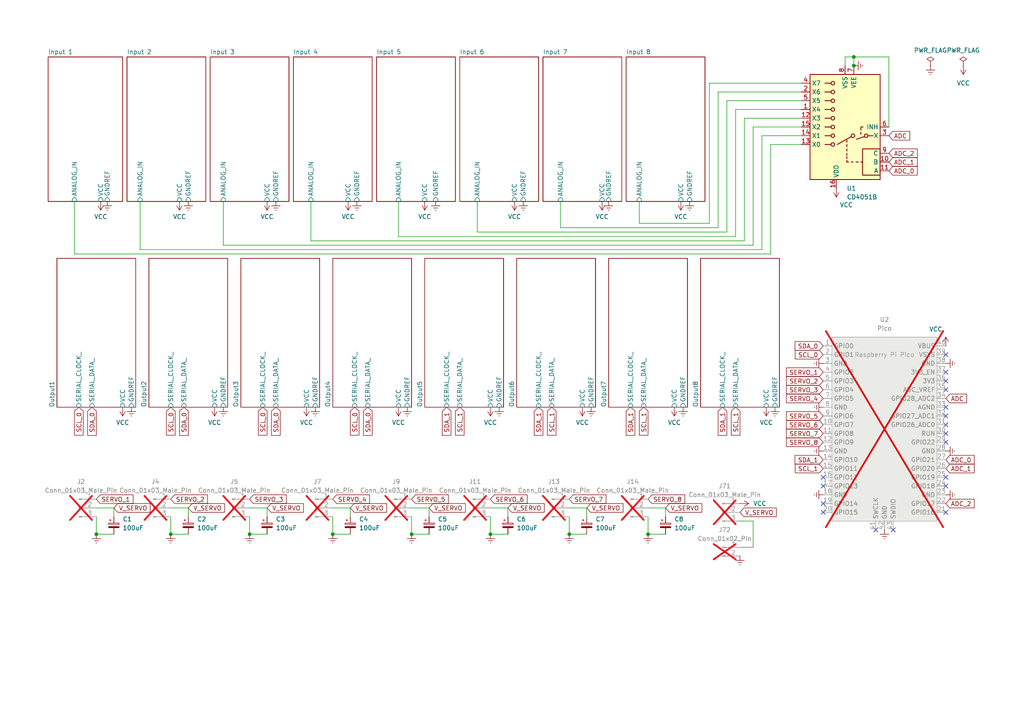
<source format=kicad_sch>
(kicad_sch (version 20231120) (generator "eeschema") (generator_version "8.0")
  (paper "A4")
  (lib_symbols
    (symbol "Analog_Switch:CD4051B"
      (property "Reference" "U" (at -10.16 16.51 0))
      (property "Value" "CD4051B" (at 3.81 16.51 0))
      (symbol "CD4051B_0_1"
        (rectangle (start -10.16 6.35) (end -5.08 13.97) (stroke (width 0.254)))
        (rectangle (start -10.16 15.24) (end 10.16 -15.24) (stroke (width 0.254)) (fill (type background)))
        (circle (center -6.096 2.54) (radius 0.508) (stroke (width 0.254)))
        (circle (center -2.286 2.54) (radius 0.508) (stroke (width 0.254)))
        (polyline (pts (xy -8.128 2.54) (xy -6.604 2.54)) (stroke (width 0.254)))
        (polyline (pts (xy -5.588 2.794) (xy -3.302 3.556)) (stroke (width 0.254)))
        (polyline (pts (xy -4.572 0) (xy -5.207 0)) (stroke (width 0.254)))
        (polyline (pts (xy -4.572 0.254) (xy -4.572 0.889)) (stroke (width 0.254)))
        (polyline (pts (xy -4.572 1.524) (xy -4.572 2.159)) (stroke (width 0.254)))
        (polyline (pts (xy -4.572 10.16) (xy -5.08 10.16)) (stroke (width 0.254)))
        (polyline (pts (xy -3.81 10.16) (xy -3.175 10.16)) (stroke (width 0.254)))
        (polyline (pts (xy -1.778 2.794) (xy 2.286 5.08)) (stroke (width 0.254)))
        (polyline (pts (xy -1.778 10.16) (xy -2.286 10.16)) (stroke (width 0.254)))
        (polyline (pts (xy -0.508 3.81) (xy -0.508 4.445)) (stroke (width 0.254)))
        (polyline (pts (xy -0.508 5.08) (xy -0.508 5.715)) (stroke (width 0.254)))
        (polyline (pts (xy -0.508 6.35) (xy -0.508 6.985)) (stroke (width 0.254)))
        (polyline (pts (xy -0.508 7.62) (xy -0.508 8.255)) (stroke (width 0.254)))
        (polyline (pts (xy -0.508 8.636) (xy -0.508 9.144)) (stroke (width 0.254)))
        (polyline (pts (xy -0.508 9.652) (xy -0.508 10.16)) (stroke (width 0.254)))
        (polyline (pts (xy -0.508 10.16) (xy -1.016 10.16)) (stroke (width 0.254)))
        (polyline (pts (xy 4.064 -12.7) (xy 5.842 -12.7)) (stroke (width 0.254)))
        (polyline (pts (xy 4.064 -10.16) (xy 5.842 -10.16)) (stroke (width 0.254)))
        (polyline (pts (xy 4.064 -7.62) (xy 5.842 -7.62)) (stroke (width 0.254)))
        (polyline (pts (xy 4.064 -5.08) (xy 5.842 -5.08)) (stroke (width 0.254)))
        (polyline (pts (xy 4.064 -2.54) (xy 5.842 -2.54)) (stroke (width 0.254)))
        (polyline (pts (xy 4.064 0) (xy 5.842 0)) (stroke (width 0.254)))
        (polyline (pts (xy 4.064 2.54) (xy 5.842 2.54)) (stroke (width 0.254)))
        (polyline (pts (xy 4.064 5.08) (xy 5.842 5.08)) (stroke (width 0.254)))
        (circle (center 3.556 -12.7) (radius 0.508) (stroke (width 0.254)))
        (circle (center 3.556 -10.16) (radius 0.508) (stroke (width 0.254)))
        (circle (center 3.556 -7.62) (radius 0.508) (stroke (width 0.254)))
        (circle (center 3.556 -5.08) (radius 0.508) (stroke (width 0.254)))
        (circle (center 3.556 -2.54) (radius 0.508) (stroke (width 0.254)))
        (circle (center 3.556 0) (radius 0.508) (stroke (width 0.254)))
        (circle (center 3.556 2.54) (radius 0.508) (stroke (width 0.254)))
        (circle (center 3.556 5.08) (radius 0.508) (stroke (width 0.254)))
      )
      (symbol "CD4051B_1_1"
        (pin bidirectional line (at 12.7 -5.08 180) (length 2.54) (name "X4") (number "1"))
        (pin input line (at -12.7 10.16 0) (length 2.54) (name "B") (number "10"))
        (pin input line (at -12.7 12.7 0) (length 2.54) (name "A") (number "11"))
        (pin bidirectional line (at 12.7 -2.54 180) (length 2.54) (name "X3") (number "12"))
        (pin bidirectional line (at 12.7 5.08 180) (length 2.54) (name "X0") (number "13"))
        (pin bidirectional line (at 12.7 2.54 180) (length 2.54) (name "X1") (number "14"))
        (pin bidirectional line (at 12.7 0 180) (length 2.54) (name "X2") (number "15"))
        (pin power_in line (at 2.54 17.78 270) (length 2.54) (name "VDD") (number "16"))
        (pin bidirectional line (at 12.7 -10.16 180) (length 2.54) (name "X6") (number "2"))
        (pin bidirectional line (at -12.7 2.54 0) (length 2.54) (name "X") (number "3"))
        (pin bidirectional line (at 12.7 -12.7 180) (length 2.54) (name "X7") (number "4"))
        (pin bidirectional line (at 12.7 -7.62 180) (length 2.54) (name "X5") (number "5"))
        (pin input line (at -12.7 0 0) (length 2.54) (name "INH") (number "6"))
        (pin power_in line (at -2.54 -17.78 90) (length 2.54) (name "VEE") (number "7"))
        (pin power_in line (at 0 -17.78 90) (length 2.54) (name "VSS") (number "8"))
        (pin input line (at -12.7 7.62 0) (length 2.54) (name "C") (number "9"))
      )
    )
    (symbol "Connector:Conn_01x02_Pin" (pin_names (offset 1.016) hide)
      (property "Reference" "J" (at 0 2.54 0))
      (property "Value" "Conn_01x02_Pin" (at 0 -5.08 0))
      (symbol "Conn_01x02_Pin_1_1"
        (polyline (pts (xy 1.27 -2.54) (xy 0.8636 -2.54)) (stroke (width 0.1524)))
        (polyline (pts (xy 1.27 0) (xy 0.8636 0)) (stroke (width 0.1524)))
        (rectangle (start 0.8636 -2.413) (end 0 -2.667) (stroke (width 0.1524)) (fill (type outline)))
        (rectangle (start 0.8636 0.127) (end 0 -0.127) (stroke (width 0.1524)) (fill (type outline)))
        (pin passive line (at 5.08 0 180) (length 3.81) (name "Pin_1") (number "1"))
        (pin passive line (at 5.08 -2.54 180) (length 3.81) (name "Pin_2") (number "2"))
      )
    )
    (symbol "Connector:Conn_01x03_Pin" (pin_names (offset 1.016) hide)
      (property "Reference" "J" (at 0 5.08 0))
      (property "Value" "Conn_01x03_Pin" (at 0 -5.08 0))
      (symbol "Conn_01x03_Pin_1_1"
        (polyline (pts (xy 1.27 -2.54) (xy 0.8636 -2.54)) (stroke (width 0.1524)))
        (polyline (pts (xy 1.27 0) (xy 0.8636 0)) (stroke (width 0.1524)))
        (polyline (pts (xy 1.27 2.54) (xy 0.8636 2.54)) (stroke (width 0.1524)))
        (rectangle (start 0.8636 -2.413) (end 0 -2.667) (stroke (width 0.1524)) (fill (type outline)))
        (rectangle (start 0.8636 0.127) (end 0 -0.127) (stroke (width 0.1524)) (fill (type outline)))
        (rectangle (start 0.8636 2.667) (end 0 2.413) (stroke (width 0.1524)) (fill (type outline)))
        (pin passive line (at 5.08 2.54 180) (length 3.81) (name "Pin_1") (number "1"))
        (pin passive line (at 5.08 0 180) (length 3.81) (name "Pin_2") (number "2"))
        (pin passive line (at 5.08 -2.54 180) (length 3.81) (name "Pin_3") (number "3"))
      )
    )
    (symbol "Device:C_Polarized_Small" (pin_numbers hide) (pin_names (offset 0.254) hide)
      (property "Reference" "C" (at 0.254 1.778 0))
      (property "Value" "C_Polarized_Small" (at 0.254 -2.032 0))
      (symbol "C_Polarized_Small_0_1"
        (rectangle (start -1.524 -0.3048) (end 1.524 -0.6858) (fill (type outline)))
        (rectangle (start -1.524 0.6858) (end 1.524 0.3048))
        (polyline (pts (xy -1.27 1.524) (xy -0.762 1.524)))
        (polyline (pts (xy -1.016 1.27) (xy -1.016 1.778)))
      )
      (symbol "C_Polarized_Small_1_1"
        (pin passive line (at 0 2.54 270) (length 1.8542) (name "~") (number "1"))
        (pin passive line (at 0 -2.54 90) (length 1.8542) (name "~") (number "2"))
      )
    )
    (symbol "MCU_RaspberryPi_and_Boards:Pico"
      (property "Reference" "U" (at -13.97 27.94 0))
      (property "Value" "Pico" (at 0 19.05 0))
      (symbol "Pico_0_0"
        (text "Raspberry Pi Pico" (at 0 21.59 0) (effects (font (size 1.27 1.27))))
      )
      (symbol "Pico_0_1"
        (rectangle (start -15.24 26.67) (end 15.24 -26.67) (fill (type background)))
      )
      (symbol "Pico_1_1"
        (pin bidirectional line (at -17.78 24.13 0) (length 2.54) (name "GPIO0") (number "1"))
        (pin bidirectional line (at -17.78 1.27 0) (length 2.54) (name "GPIO7") (number "10"))
        (pin bidirectional line (at -17.78 -1.27 0) (length 2.54) (name "GPIO8") (number "11"))
        (pin bidirectional line (at -17.78 -3.81 0) (length 2.54) (name "GPIO9") (number "12"))
        (pin power_in line (at -17.78 -6.35 0) (length 2.54) (name "GND") (number "13"))
        (pin bidirectional line (at -17.78 -8.89 0) (length 2.54) (name "GPIO10") (number "14"))
        (pin bidirectional line (at -17.78 -11.43 0) (length 2.54) (name "GPIO11") (number "15"))
        (pin bidirectional line (at -17.78 -13.97 0) (length 2.54) (name "GPIO12") (number "16"))
        (pin bidirectional line (at -17.78 -16.51 0) (length 2.54) (name "GPIO13") (number "17"))
        (pin power_in line (at -17.78 -19.05 0) (length 2.54) (name "GND") (number "18"))
        (pin bidirectional line (at -17.78 -21.59 0) (length 2.54) (name "GPIO14") (number "19"))
        (pin bidirectional line (at -17.78 21.59 0) (length 2.54) (name "GPIO1") (number "2"))
        (pin bidirectional line (at -17.78 -24.13 0) (length 2.54) (name "GPIO15") (number "20"))
        (pin bidirectional line (at 17.78 -24.13 180) (length 2.54) (name "GPIO16") (number "21"))
        (pin bidirectional line (at 17.78 -21.59 180) (length 2.54) (name "GPIO17") (number "22"))
        (pin power_in line (at 17.78 -19.05 180) (length 2.54) (name "GND") (number "23"))
        (pin bidirectional line (at 17.78 -16.51 180) (length 2.54) (name "GPIO18") (number "24"))
        (pin bidirectional line (at 17.78 -13.97 180) (length 2.54) (name "GPIO19") (number "25"))
        (pin bidirectional line (at 17.78 -11.43 180) (length 2.54) (name "GPIO20") (number "26"))
        (pin bidirectional line (at 17.78 -8.89 180) (length 2.54) (name "GPIO21") (number "27"))
        (pin power_in line (at 17.78 -6.35 180) (length 2.54) (name "GND") (number "28"))
        (pin bidirectional line (at 17.78 -3.81 180) (length 2.54) (name "GPIO22") (number "29"))
        (pin power_in line (at -17.78 19.05 0) (length 2.54) (name "GND") (number "3"))
        (pin input line (at 17.78 -1.27 180) (length 2.54) (name "RUN") (number "30"))
        (pin bidirectional line (at 17.78 1.27 180) (length 2.54) (name "GPIO26_ADC0") (number "31"))
        (pin bidirectional line (at 17.78 3.81 180) (length 2.54) (name "GPIO27_ADC1") (number "32"))
        (pin power_in line (at 17.78 6.35 180) (length 2.54) (name "AGND") (number "33"))
        (pin bidirectional line (at 17.78 8.89 180) (length 2.54) (name "GPIO28_ADC2") (number "34"))
        (pin power_in line (at 17.78 11.43 180) (length 2.54) (name "ADC_VREF") (number "35"))
        (pin power_in line (at 17.78 13.97 180) (length 2.54) (name "3V3") (number "36"))
        (pin input line (at 17.78 16.51 180) (length 2.54) (name "3V3_EN") (number "37"))
        (pin bidirectional line (at 17.78 19.05 180) (length 2.54) (name "GND") (number "38"))
        (pin power_in line (at 17.78 21.59 180) (length 2.54) (name "VSYS") (number "39"))
        (pin bidirectional line (at -17.78 16.51 0) (length 2.54) (name "GPIO2") (number "4"))
        (pin power_in line (at 17.78 24.13 180) (length 2.54) (name "VBUS") (number "40"))
        (pin input line (at -2.54 -29.21 90) (length 2.54) (name "SWCLK") (number "41"))
        (pin power_in line (at 0 -29.21 90) (length 2.54) (name "GND") (number "42"))
        (pin bidirectional line (at 2.54 -29.21 90) (length 2.54) (name "SWDIO") (number "43"))
        (pin bidirectional line (at -17.78 13.97 0) (length 2.54) (name "GPIO3") (number "5"))
        (pin bidirectional line (at -17.78 11.43 0) (length 2.54) (name "GPIO4") (number "6"))
        (pin bidirectional line (at -17.78 8.89 0) (length 2.54) (name "GPIO5") (number "7"))
        (pin power_in line (at -17.78 6.35 0) (length 2.54) (name "GND") (number "8"))
        (pin bidirectional line (at -17.78 3.81 0) (length 2.54) (name "GPIO6") (number "9"))
      )
    )
    (symbol "power:GNDREF" (power) (pin_numbers hide) (pin_names (offset 0) hide)
      (property "Value" "GNDREF" (at 0 -3.81 0))
      (symbol "GNDREF_0_1"
        (polyline (pts (xy -0.635 -1.905) (xy 0.635 -1.905)))
        (polyline (pts (xy -0.127 -2.54) (xy 0.127 -2.54)))
        (polyline (pts (xy 0 -1.27) (xy 0 0)))
        (polyline (pts (xy 1.27 -1.27) (xy -1.27 -1.27)))
      )
      (symbol "GNDREF_1_1"
        (pin power_in line (at 0 0 270) (length 0) (name "~") (number "1"))
      )
    )
    (symbol "power:PWR_FLAG" (power) (pin_numbers hide) (pin_names (offset 0) hide)
      (property "Value" "PWR_FLAG" (at 0 3.81 0))
      (symbol "PWR_FLAG_0_0"
        (pin power_out line (at 0 0 90) (length 0) (name "~") (number "1"))
      )
      (symbol "PWR_FLAG_0_1"
        (polyline (pts (xy 0 0) (xy 0 1.27) (xy -1.016 1.905) (xy 0 2.54) (xy 1.016 1.905) (xy 0 1.27)))
      )
    )
    (symbol "power:VCC" (power) (pin_numbers hide) (pin_names (offset 0) hide)
      (property "Value" "VCC" (at 0 3.556 0))
      (symbol "VCC_0_1"
        (polyline (pts (xy -0.762 1.27) (xy 0 2.54)))
        (polyline (pts (xy 0 0) (xy 0 2.54)))
        (polyline (pts (xy 0 2.54) (xy 0.762 1.27)))
      )
      (symbol "VCC_1_1"
        (pin power_in line (at 0 0 90) (length 0) (name "~") (number "1"))
      )
    )
  )
  (junction (at 247.65 16.51))
  (junction (at 247.65 19.05))
  (junction (at 187.96 154.94))
  (junction (at 49.53 154.94))
  (junction (at 119.38 154.94))
  (junction (at 165.1 154.94))
  (junction (at 142.24 154.94))
  (junction (at 27.94 154.94))
  (junction (at 72.39 154.94))
  (junction (at 96.52 154.94))
  (no_connect (at 238.76 138.43))
  (no_connect (at 254 153.67))
  (no_connect (at 274.32 110.49))
  (no_connect (at 274.32 148.59))
  (no_connect (at 274.32 120.65))
  (no_connect (at 274.32 118.11))
  (no_connect (at 274.32 123.19))
  (no_connect (at 274.32 125.73))
  (no_connect (at 274.32 138.43))
  (no_connect (at 274.32 107.95))
  (no_connect (at 238.76 148.59))
  (no_connect (at 238.76 140.97))
  (no_connect (at 259.08 153.67))
  (no_connect (at 274.32 140.97))
  (no_connect (at 274.32 128.27))
  (no_connect (at 238.76 146.05))
  (no_connect (at 274.32 113.03))
  (no_connect (at 274.32 102.87))
  (wire (pts (xy 119.38 149.86) (xy 119.38 154.94)))
  (wire (pts (xy 218.44 151.13) (xy 218.44 158.75)))
  (wire (pts (xy 187.96 147.32) (xy 193.04 147.32)))
  (wire (pts (xy 245.11 16.51) (xy 245.11 19.05)))
  (wire (pts (xy 115.57 68.58) (xy 213.36 68.58)))
  (wire (pts (xy 72.39 154.94) (xy 77.47 154.94)))
  (wire (pts (xy 165.1 147.32) (xy 170.18 147.32)))
  (wire (pts (xy 40.64 58.42) (xy 40.64 72.39)))
  (wire (pts (xy 185.42 64.77) (xy 205.74 64.77)))
  (wire (pts (xy 208.28 66.04) (xy 162.56 66.04)))
  (wire (pts (xy 232.41 31.75) (xy 213.36 31.75)))
  (wire (pts (xy 119.38 147.32) (xy 124.46 147.32)))
  (wire (pts (xy 21.59 73.66) (xy 223.52 73.66)))
  (wire (pts (xy 213.36 31.75) (xy 213.36 68.58)))
  (wire (pts (xy 208.28 26.67) (xy 208.28 66.04)))
  (wire (pts (xy 115.57 58.42) (xy 115.57 68.58)))
  (wire (pts (xy 96.52 147.32) (xy 101.6 147.32)))
  (wire (pts (xy 210.82 29.21) (xy 210.82 67.31)))
  (wire (pts (xy 147.32 147.32) (xy 147.32 149.86)))
  (wire (pts (xy 245.11 16.51) (xy 247.65 16.51)))
  (wire (pts (xy 101.6 147.32) (xy 101.6 149.86)))
  (wire (pts (xy 232.41 36.83) (xy 218.44 36.83)))
  (wire (pts (xy 218.44 158.75) (xy 214.63 158.75)))
  (wire (pts (xy 33.02 147.32) (xy 33.02 149.86)))
  (wire (pts (xy 27.94 149.86) (xy 27.94 154.94)))
  (wire (pts (xy 170.18 147.32) (xy 170.18 149.86)))
  (wire (pts (xy 119.38 154.94) (xy 124.46 154.94)))
  (wire (pts (xy 27.94 154.94) (xy 33.02 154.94)))
  (wire (pts (xy 162.56 58.42) (xy 162.56 66.04)))
  (wire (pts (xy 90.17 69.85) (xy 215.9 69.85)))
  (wire (pts (xy 223.52 41.91) (xy 223.52 73.66)))
  (wire (pts (xy 205.74 24.13) (xy 205.74 64.77)))
  (wire (pts (xy 165.1 154.94) (xy 170.18 154.94)))
  (wire (pts (xy 27.94 147.32) (xy 33.02 147.32)))
  (wire (pts (xy 142.24 149.86) (xy 142.24 154.94)))
  (wire (pts (xy 232.41 39.37) (xy 220.98 39.37)))
  (wire (pts (xy 193.04 147.32) (xy 193.04 149.86)))
  (wire (pts (xy 49.53 149.86) (xy 49.53 154.94)))
  (wire (pts (xy 49.53 147.32) (xy 54.61 147.32)))
  (wire (pts (xy 232.41 26.67) (xy 208.28 26.67)))
  (wire (pts (xy 232.41 34.29) (xy 215.9 34.29)))
  (wire (pts (xy 72.39 147.32) (xy 77.47 147.32)))
  (wire (pts (xy 214.63 151.13) (xy 218.44 151.13)))
  (wire (pts (xy 187.96 149.86) (xy 187.96 154.94)))
  (wire (pts (xy 138.43 58.42) (xy 138.43 67.31)))
  (wire (pts (xy 185.42 58.42) (xy 185.42 64.77)))
  (wire (pts (xy 142.24 154.94) (xy 147.32 154.94)))
  (wire (pts (xy 215.9 34.29) (xy 215.9 69.85)))
  (wire (pts (xy 72.39 149.86) (xy 72.39 154.94)))
  (wire (pts (xy 232.41 24.13) (xy 205.74 24.13)))
  (wire (pts (xy 218.44 36.83) (xy 218.44 71.12)))
  (wire (pts (xy 187.96 154.94) (xy 193.04 154.94)))
  (wire (pts (xy 54.61 147.32) (xy 54.61 149.86)))
  (wire (pts (xy 96.52 154.94) (xy 101.6 154.94)))
  (wire (pts (xy 142.24 147.32) (xy 147.32 147.32)))
  (wire (pts (xy 232.41 41.91) (xy 223.52 41.91)))
  (wire (pts (xy 90.17 58.42) (xy 90.17 69.85)))
  (wire (pts (xy 247.65 16.51) (xy 257.81 16.51)))
  (wire (pts (xy 49.53 154.94) (xy 54.61 154.94)))
  (wire (pts (xy 64.77 58.42) (xy 64.77 71.12)))
  (wire (pts (xy 220.98 39.37) (xy 220.98 72.39)))
  (wire (pts (xy 257.81 16.51) (xy 257.81 36.83)))
  (wire (pts (xy 64.77 71.12) (xy 218.44 71.12)))
  (wire (pts (xy 96.52 149.86) (xy 96.52 154.94)))
  (wire (pts (xy 247.65 19.05) (xy 247.65 16.51)))
  (wire (pts (xy 232.41 29.21) (xy 210.82 29.21)))
  (wire (pts (xy 21.59 58.42) (xy 21.59 73.66)))
  (wire (pts (xy 165.1 149.86) (xy 165.1 154.94)))
  (wire (pts (xy 124.46 147.32) (xy 124.46 149.86)))
  (wire (pts (xy 77.47 147.32) (xy 77.47 149.86)))
  (wire (pts (xy 210.82 67.31) (xy 138.43 67.31)))
  (wire (pts (xy 40.64 72.39) (xy 220.98 72.39)))
  (global_label "SCL_1" (shape input) (at 160.02 118.11 270) (property "Intersheetrefs" "${INTERSHEET_REFS}" (effects (hide yes))))
  (global_label "SERVO_7" (shape input) (at 238.76 125.73 180) (property "Intersheetrefs" "${INTERSHEET_REFS}" (effects (hide yes))))
  (global_label "SDA_1" (shape input) (at 156.21 118.11 270) (property "Intersheetrefs" "${INTERSHEET_REFS}" (effects (hide yes))))
  (global_label "SERVO_5" (shape input) (at 119.38 144.78 0) (property "Intersheetrefs" "${INTERSHEET_REFS}" (effects (hide yes))))
  (global_label "SDA_0" (shape input) (at 26.67 118.11 270) (property "Intersheetrefs" "${INTERSHEET_REFS}" (effects (hide yes))))
  (global_label "SDA_0" (shape input) (at 106.68 118.11 270) (property "Intersheetrefs" "${INTERSHEET_REFS}" (effects (hide yes))))
  (global_label "ADC_1" (shape input) (at 257.81 46.99 0) (property "Intersheetrefs" "${INTERSHEET_REFS}" (effects (hide yes))))
  (global_label "V_SERVO" (shape input) (at 170.18 147.32 0) (property "Intersheetrefs" "${INTERSHEET_REFS}" (effects (hide yes))))
  (global_label "SDA_1" (shape input) (at 129.54 118.11 270) (property "Intersheetrefs" "${INTERSHEET_REFS}" (effects (hide yes))))
  (global_label "SDA_1" (shape input) (at 238.76 133.35 180) (property "Intersheetrefs" "${INTERSHEET_REFS}" (effects (hide yes))))
  (global_label "V_SERVO" (shape input) (at 147.32 147.32 0) (property "Intersheetrefs" "${INTERSHEET_REFS}" (effects (hide yes))))
  (global_label "SERVO_1" (shape input) (at 238.76 107.95 180) (property "Intersheetrefs" "${INTERSHEET_REFS}" (effects (hide yes))))
  (global_label "SERVO_3" (shape input) (at 72.39 144.78 0) (property "Intersheetrefs" "${INTERSHEET_REFS}" (effects (hide yes))))
  (global_label "SDA_0" (shape input) (at 80.01 118.11 270) (property "Intersheetrefs" "${INTERSHEET_REFS}" (effects (hide yes))))
  (global_label "SERVO_4" (shape input) (at 238.76 115.57 180) (property "Intersheetrefs" "${INTERSHEET_REFS}" (effects (hide yes))))
  (global_label "ADC_0" (shape input) (at 274.32 133.35 0) (property "Intersheetrefs" "${INTERSHEET_REFS}" (effects (hide yes))))
  (global_label "SCL_0" (shape input) (at 102.87 118.11 270) (property "Intersheetrefs" "${INTERSHEET_REFS}" (effects (hide yes))))
  (global_label "ADC" (shape input) (at 257.81 39.37 0) (property "Intersheetrefs" "${INTERSHEET_REFS}" (effects (hide yes))))
  (global_label "V_SERVO" (shape input) (at 54.61 147.32 0) (property "Intersheetrefs" "${INTERSHEET_REFS}" (effects (hide yes))))
  (global_label "V_SERVO" (shape input) (at 124.46 147.32 0) (property "Intersheetrefs" "${INTERSHEET_REFS}" (effects (hide yes))))
  (global_label "ADC_1" (shape input) (at 274.32 135.89 0) (property "Intersheetrefs" "${INTERSHEET_REFS}" (effects (hide yes))))
  (global_label "SERVO_8" (shape input) (at 238.76 128.27 180) (property "Intersheetrefs" "${INTERSHEET_REFS}" (effects (hide yes))))
  (global_label "SDA_1" (shape input) (at 209.55 118.11 270) (property "Intersheetrefs" "${INTERSHEET_REFS}" (effects (hide yes))))
  (global_label "SDA_1" (shape input) (at 182.88 118.11 270) (property "Intersheetrefs" "${INTERSHEET_REFS}" (effects (hide yes))))
  (global_label "SERVO_2" (shape input) (at 238.76 110.49 180) (property "Intersheetrefs" "${INTERSHEET_REFS}" (effects (hide yes))))
  (global_label "V_SERVO" (shape input) (at 33.02 147.32 0) (property "Intersheetrefs" "${INTERSHEET_REFS}" (effects (hide yes))))
  (global_label "SERVO_5" (shape input) (at 238.76 120.65 180) (property "Intersheetrefs" "${INTERSHEET_REFS}" (effects (hide yes))))
  (global_label "SCL_0" (shape input) (at 22.86 118.11 270) (property "Intersheetrefs" "${INTERSHEET_REFS}" (effects (hide yes))))
  (global_label "SCL_0" (shape input) (at 238.76 102.87 180) (property "Intersheetrefs" "${INTERSHEET_REFS}" (effects (hide yes))))
  (global_label "SCL_1" (shape input) (at 213.36 118.11 270) (property "Intersheetrefs" "${INTERSHEET_REFS}" (effects (hide yes))))
  (global_label "ADC_0" (shape input) (at 257.81 49.53 0) (property "Intersheetrefs" "${INTERSHEET_REFS}" (effects (hide yes))))
  (global_label "V_SERVO" (shape input) (at 101.6 147.32 0) (property "Intersheetrefs" "${INTERSHEET_REFS}" (effects (hide yes))))
  (global_label "SERVO_6" (shape input) (at 238.76 123.19 180) (property "Intersheetrefs" "${INTERSHEET_REFS}" (effects (hide yes))))
  (global_label "V_SERVO" (shape input) (at 193.04 147.32 0) (property "Intersheetrefs" "${INTERSHEET_REFS}" (effects (hide yes))))
  (global_label "ADC_2" (shape input) (at 257.81 44.45 0) (property "Intersheetrefs" "${INTERSHEET_REFS}" (effects (hide yes))))
  (global_label "SERVO_6" (shape input) (at 142.24 144.78 0) (property "Intersheetrefs" "${INTERSHEET_REFS}" (effects (hide yes))))
  (global_label "SERVO_7" (shape input) (at 165.1 144.78 0) (property "Intersheetrefs" "${INTERSHEET_REFS}" (effects (hide yes))))
  (global_label "SERVO_4" (shape input) (at 96.52 144.78 0) (property "Intersheetrefs" "${INTERSHEET_REFS}" (effects (hide yes))))
  (global_label "V_SERVO" (shape input) (at 77.47 147.32 0) (property "Intersheetrefs" "${INTERSHEET_REFS}" (effects (hide yes))))
  (global_label "SDA_0" (shape input) (at 238.76 100.33 180) (property "Intersheetrefs" "${INTERSHEET_REFS}" (effects (hide yes))))
  (global_label "ADC_2" (shape input) (at 274.32 146.05 0) (property "Intersheetrefs" "${INTERSHEET_REFS}" (effects (hide yes))))
  (global_label "SCL_0" (shape input) (at 49.53 118.11 270) (property "Intersheetrefs" "${INTERSHEET_REFS}" (effects (hide yes))))
  (global_label "SCL_0" (shape input) (at 76.2 118.11 270) (property "Intersheetrefs" "${INTERSHEET_REFS}" (effects (hide yes))))
  (global_label "V_SERVO" (shape input) (at 214.63 148.59 0) (property "Intersheetrefs" "${INTERSHEET_REFS}" (effects (hide yes))))
  (global_label "SCL_1" (shape input) (at 133.35 118.11 270) (property "Intersheetrefs" "${INTERSHEET_REFS}" (effects (hide yes))))
  (global_label "SDA_0" (shape input) (at 53.34 118.11 270) (property "Intersheetrefs" "${INTERSHEET_REFS}" (effects (hide yes))))
  (global_label "SERVO_8" (shape input) (at 187.96 144.78 0) (property "Intersheetrefs" "${INTERSHEET_REFS}" (effects (hide yes))))
  (global_label "SERVO_1" (shape input) (at 27.94 144.78 0) (property "Intersheetrefs" "${INTERSHEET_REFS}" (effects (hide yes))))
  (global_label "SCL_1" (shape input) (at 186.69 118.11 270) (property "Intersheetrefs" "${INTERSHEET_REFS}" (effects (hide yes))))
  (global_label "SCL_1" (shape input) (at 238.76 135.89 180) (property "Intersheetrefs" "${INTERSHEET_REFS}" (effects (hide yes))))
  (global_label "ADC" (shape input) (at 274.32 115.57 0) (property "Intersheetrefs" "${INTERSHEET_REFS}" (effects (hide yes))))
  (global_label "SERVO_2" (shape input) (at 49.53 144.78 0) (property "Intersheetrefs" "${INTERSHEET_REFS}" (effects (hide yes))))
  (global_label "SERVO_3" (shape input) (at 238.76 113.03 180) (property "Intersheetrefs" "${INTERSHEET_REFS}" (effects (hide yes))))
  (symbol (lib_id "Device:C_Polarized_Small") (at 54.61 152.4 0) (unit 1)
    (property "Reference" "C2" (at 57.15 150.5838 0) (effects (justify left)))
    (property "Value" "100uF" (at 57.15 153.1238 0) (effects (justify left)))
    (property "Footprint" "Capacitor_THT:CP_Radial_D5.0mm_P2.50mm" (effects (hide yes)))
    (property "Description" "Polarized capacitor, small symbol" (effects (hide yes)))
  )
  (symbol (lib_id "power:GNDREF") (at 27.94 154.94 0) (unit 1)
    (property "Reference" "#PWR06" (effects (hide yes)))
    (property "Value" "GNDREF" (effects (hide yes)))
    (property "Description" "Power symbol creates a global label with name \"GNDREF\" , reference supply ground" (effects (hide yes)))
  )
  (symbol (lib_id "Device:C_Polarized_Small") (at 101.6 152.4 0) (unit 1)
    (property "Reference" "C4" (at 104.14 150.5838 0) (effects (justify left)))
    (property "Value" "100uF" (at 104.14 153.1238 0) (effects (justify left)))
    (property "Footprint" "Capacitor_THT:CP_Radial_D5.0mm_P2.50mm" (effects (hide yes)))
    (property "Description" "Polarized capacitor, small symbol" (effects (hide yes)))
  )
  (symbol (lib_id "Connector:Conn_01x03_Pin") (at 44.45 147.32 0) (unit 1) (dnp yes)
    (property "Reference" "J4" (at 45.085 139.7 0))
    (property "Value" "Conn_01x03_Male_Pin" (at 45.085 142.24 0))
    (property "Footprint" "Connector_PinHeader_2.54mm:PinHeader_1x03_P2.54mm_Vertical" (effects (hide yes)))
    (property "Description" "Generic connector, single row, 01x03, script generated" (effects (hide yes)))
  )
  (symbol (lib_id "power:PWR_FLAG") (at 269.875 19.05 0) (unit 1)
    (property "Reference" "#FLG01" (effects (hide yes)))
    (property "Value" "PWR_FLAG" (at 269.875 14.605 0))
    (property "Description" "Special symbol for telling ERC where power comes from" (effects (hide yes)))
  )
  (symbol (lib_id "power:GNDREF") (at 200.025 58.42 0) (unit 1)
    (property "Reference" "#PWR050" (effects (hide yes)))
    (property "Value" "GNDREF" (effects (hide yes)))
    (property "Description" "Power symbol creates a global label with name \"GNDREF\" , reference supply ground" (effects (hide yes)))
  )
  (symbol (lib_id "power:GNDREF") (at 274.32 143.51 90) (unit 1)
    (property "Reference" "#PWR065" (effects (hide yes)))
    (property "Value" "GNDREF" (effects (hide yes)))
    (property "Description" "Power symbol creates a global label with name \"GNDREF\" , reference supply ground" (effects (hide yes)))
  )
  (symbol (lib_id "power:PWR_FLAG") (at 279.4 19.05 0) (unit 1)
    (property "Reference" "#FLG02" (effects (hide yes)))
    (property "Value" "PWR_FLAG" (at 279.4 14.605 0))
    (property "Description" "Special symbol for telling ERC where power comes from" (effects (hide yes)))
  )
  (symbol (lib_id "power:GNDREF") (at 151.765 58.42 0) (unit 1)
    (property "Reference" "#PWR040" (effects (hide yes)))
    (property "Value" "GNDREF" (effects (hide yes)))
    (property "Description" "Power symbol creates a global label with name \"GNDREF\" , reference supply ground" (effects (hide yes)))
  )
  (symbol (lib_id "Connector:Conn_01x03_Pin") (at 22.86 147.32 0) (unit 1) (dnp yes)
    (property "Reference" "J2" (at 23.495 139.7 0))
    (property "Value" "Conn_01x03_Male_Pin" (at 23.495 142.24 0))
    (property "Footprint" "Connector_PinHeader_2.54mm:PinHeader_1x03_P2.54mm_Vertical" (effects (hide yes)))
    (property "Description" "Generic connector, single row, 01x03, script generated" (effects (hide yes)))
  )
  (symbol (lib_id "power:GNDREF") (at 64.77 118.11 0) (unit 1)
    (property "Reference" "#PWR014" (effects (hide yes)))
    (property "Value" "GNDREF" (effects (hide yes)))
    (property "Description" "Power symbol creates a global label with name \"GNDREF\" , reference supply ground" (effects (hide yes)))
  )
  (symbol (lib_id "power:VCC") (at 62.23 118.11 180) (unit 1)
    (property "Reference" "#PWR013" (effects (hide yes)))
    (property "Value" "VCC" (at 62.23 122.555 0))
    (property "Description" "Power symbol creates a global label with name \"VCC\"" (effects (hide yes)))
  )
  (symbol (lib_id "power:GNDREF") (at 96.52 154.94 0) (unit 1)
    (property "Reference" "#PWR020" (effects (hide yes)))
    (property "Value" "GNDREF" (effects (hide yes)))
    (property "Description" "Power symbol creates a global label with name \"GNDREF\" , reference supply ground" (effects (hide yes)))
  )
  (symbol (lib_id "power:VCC") (at 52.07 58.42 180) (unit 1)
    (property "Reference" "#PWR09" (effects (hide yes)))
    (property "Value" "VCC" (at 52.07 62.865 0))
    (property "Description" "Power symbol creates a global label with name \"VCC\"" (effects (hide yes)))
  )
  (symbol (lib_id "power:GNDREF") (at 171.45 118.11 0) (unit 1)
    (property "Reference" "#PWR044" (effects (hide yes)))
    (property "Value" "GNDREF" (effects (hide yes)))
    (property "Description" "Power symbol creates a global label with name \"GNDREF\" , reference supply ground" (effects (hide yes)))
  )
  (symbol (lib_id "power:VCC") (at 197.485 58.42 180) (unit 1)
    (property "Reference" "#PWR048" (effects (hide yes)))
    (property "Value" "VCC" (at 197.485 62.865 0))
    (property "Description" "Power symbol creates a global label with name \"VCC\"" (effects (hide yes)))
  )
  (symbol (lib_id "power:GNDREF") (at 224.79 118.11 0) (unit 1)
    (property "Reference" "#PWR052" (effects (hide yes)))
    (property "Value" "GNDREF" (effects (hide yes)))
    (property "Description" "Power symbol creates a global label with name \"GNDREF\" , reference supply ground" (effects (hide yes)))
  )
  (symbol (lib_id "power:GNDREF") (at 238.76 143.51 270) (unit 1)
    (property "Reference" "#PWR056" (effects (hide yes)))
    (property "Value" "GNDREF" (effects (hide yes)))
    (property "Description" "Power symbol creates a global label with name \"GNDREF\" , reference supply ground" (effects (hide yes)))
  )
  (symbol (lib_id "power:GNDREF") (at 144.78 118.11 0) (unit 1)
    (property "Reference" "#PWR037" (effects (hide yes)))
    (property "Value" "GNDREF" (effects (hide yes)))
    (property "Description" "Power symbol creates a global label with name \"GNDREF\" , reference supply ground" (effects (hide yes)))
  )
  (symbol (lib_id "power:VCC") (at 279.4 19.05 180) (unit 1)
    (property "Reference" "#PWR066" (effects (hide yes)))
    (property "Value" "VCC" (at 279.4 24.13 0))
    (property "Description" "Power symbol creates a global label with name \"VCC\"" (effects (hide yes)))
  )
  (symbol (lib_id "power:VCC") (at 100.965 58.42 180) (unit 1)
    (property "Reference" "#PWR023" (effects (hide yes)))
    (property "Value" "VCC" (at 100.965 62.865 0))
    (property "Description" "Power symbol creates a global label with name \"VCC\"" (effects (hide yes)))
  )
  (symbol (lib_id "power:VCC") (at 29.21 58.42 180) (unit 1)
    (property "Reference" "#PWR02" (effects (hide yes)))
    (property "Value" "VCC" (at 29.21 62.865 0))
    (property "Description" "Power symbol creates a global label with name \"VCC\"" (effects (hide yes)))
  )
  (symbol (lib_id "power:GNDREF") (at 31.115 58.42 0) (unit 1)
    (property "Reference" "#PWR03" (effects (hide yes)))
    (property "Value" "GNDREF" (effects (hide yes)))
    (property "Description" "Power symbol creates a global label with name \"GNDREF\" , reference supply ground" (effects (hide yes)))
  )
  (symbol (lib_id "power:GNDREF") (at 91.44 118.11 0) (unit 1)
    (property "Reference" "#PWR021" (effects (hide yes)))
    (property "Value" "GNDREF" (effects (hide yes)))
    (property "Description" "Power symbol creates a global label with name \"GNDREF\" , reference supply ground" (effects (hide yes)))
  )
  (symbol (lib_id "power:VCC") (at 35.56 118.11 180) (unit 1)
    (property "Reference" "#PWR05" (effects (hide yes)))
    (property "Value" "VCC" (at 35.56 122.555 0))
    (property "Description" "Power symbol creates a global label with name \"VCC\"" (effects (hide yes)))
  )
  (symbol (lib_id "Connector:Conn_01x03_Pin") (at 91.44 147.32 0) (unit 1) (dnp yes)
    (property "Reference" "J7" (at 92.075 139.7 0))
    (property "Value" "Conn_01x03_Male_Pin" (at 92.075 142.24 0))
    (property "Footprint" "Connector_PinHeader_2.54mm:PinHeader_1x03_P2.54mm_Vertical" (effects (hide yes)))
    (property "Description" "Generic connector, single row, 01x03, script generated" (effects (hide yes)))
  )
  (symbol (lib_id "power:VCC") (at 123.19 58.42 180) (unit 1)
    (property "Reference" "#PWR030" (effects (hide yes)))
    (property "Value" "VCC" (at 123.19 62.865 0))
    (property "Description" "Power symbol creates a global label with name \"VCC\"" (effects (hide yes)))
  )
  (symbol (lib_id "Device:C_Polarized_Small") (at 33.02 152.4 0) (unit 1)
    (property "Reference" "C1" (at 35.56 150.5838 0) (effects (justify left)))
    (property "Value" "100uF" (at 35.56 153.1238 0) (effects (justify left)))
    (property "Footprint" "Capacitor_THT:CP_Radial_D5.0mm_P2.50mm" (effects (hide yes)))
    (property "Description" "Polarized capacitor, small symbol" (effects (hide yes)))
  )
  (symbol (lib_id "MCU_RaspberryPi_and_Boards:Pico") (at 256.54 124.46 0) (unit 1) (dnp yes)
    (property "Reference" "U2" (at 256.54 92.71 0))
    (property "Value" "Pico" (at 256.54 95.25 0))
    (property "Footprint" "MCU_RaspberryPi_and_Boards:RPi_Pico_SMD_TH" (effects (hide yes)))
  )
  (symbol (lib_id "Connector:Conn_01x03_Pin") (at 67.31 147.32 0) (unit 1) (dnp yes)
    (property "Reference" "J5" (at 67.945 139.7 0))
    (property "Value" "Conn_01x03_Male_Pin" (at 67.945 142.24 0))
    (property "Footprint" "Connector_PinHeader_2.54mm:PinHeader_1x03_P2.54mm_Vertical" (effects (hide yes)))
    (property "Description" "Generic connector, single row, 01x03, script generated" (effects (hide yes)))
  )
  (symbol (lib_id "power:GNDREF") (at 103.505 58.42 0) (unit 1)
    (property "Reference" "#PWR024" (effects (hide yes)))
    (property "Value" "GNDREF" (effects (hide yes)))
    (property "Description" "Power symbol creates a global label with name \"GNDREF\" , reference supply ground" (effects (hide yes)))
  )
  (symbol (lib_id "power:GNDREF") (at 176.53 58.42 0) (unit 1)
    (property "Reference" "#PWR046" (effects (hide yes)))
    (property "Value" "GNDREF" (effects (hide yes)))
    (property "Description" "Power symbol creates a global label with name \"GNDREF\" , reference supply ground" (effects (hide yes)))
  )
  (symbol (lib_id "power:VCC") (at 149.225 58.42 180) (unit 1)
    (property "Reference" "#PWR039" (effects (hide yes)))
    (property "Value" "VCC" (at 149.225 62.865 0))
    (property "Description" "Power symbol creates a global label with name \"VCC\"" (effects (hide yes)))
  )
  (symbol (lib_id "power:GNDREF") (at 238.76 118.11 270) (unit 1)
    (property "Reference" "#PWR054" (effects (hide yes)))
    (property "Value" "GNDREF" (effects (hide yes)))
    (property "Description" "Power symbol creates a global label with name \"GNDREF\" , reference supply ground" (effects (hide yes)))
  )
  (symbol (lib_id "power:GNDREF") (at 274.32 105.41 90) (unit 1)
    (property "Reference" "#PWR063" (effects (hide yes)))
    (property "Value" "GNDREF" (effects (hide yes)))
    (property "Description" "Power symbol creates a global label with name \"GNDREF\" , reference supply ground" (effects (hide yes)))
  )
  (symbol (lib_id "power:GNDREF") (at 238.76 105.41 270) (unit 1)
    (property "Reference" "#PWR053" (effects (hide yes)))
    (property "Value" "GNDREF" (effects (hide yes)))
    (property "Description" "Power symbol creates a global label with name \"GNDREF\" , reference supply ground" (effects (hide yes)))
  )
  (symbol (lib_id "power:VCC") (at 168.91 118.11 180) (unit 1)
    (property "Reference" "#PWR043" (effects (hide yes)))
    (property "Value" "VCC" (at 168.91 122.555 0))
    (property "Description" "Power symbol creates a global label with name \"VCC\"" (effects (hide yes)))
  )
  (symbol (lib_id "Device:C_Polarized_Small") (at 147.32 152.4 0) (unit 1)
    (property "Reference" "C6" (at 149.86 150.5838 0) (effects (justify left)))
    (property "Value" "100uF" (at 149.86 153.1238 0) (effects (justify left)))
    (property "Footprint" "Capacitor_THT:CP_Radial_D5.0mm_P2.50mm" (effects (hide yes)))
    (property "Description" "Polarized capacitor, small symbol" (effects (hide yes)))
  )
  (symbol (lib_id "power:VCC") (at 142.24 118.11 180) (unit 1)
    (property "Reference" "#PWR035" (effects (hide yes)))
    (property "Value" "VCC" (at 142.24 122.555 0))
    (property "Description" "Power symbol creates a global label with name \"VCC\"" (effects (hide yes)))
  )
  (symbol (lib_id "power:VCC") (at 115.57 118.11 180) (unit 1)
    (property "Reference" "#PWR027" (effects (hide yes)))
    (property "Value" "VCC" (at 115.57 122.555 0))
    (property "Description" "Power symbol creates a global label with name \"VCC\"" (effects (hide yes)))
  )
  (symbol (lib_id "power:GNDREF") (at 165.1 154.94 0) (unit 1)
    (property "Reference" "#PWR036" (effects (hide yes)))
    (property "Value" "GNDREF" (effects (hide yes)))
    (property "Description" "Power symbol creates a global label with name \"GNDREF\" , reference supply ground" (effects (hide yes)))
  )
  (symbol (lib_id "power:GNDREF") (at 198.12 118.11 0) (unit 1)
    (property "Reference" "#PWR049" (effects (hide yes)))
    (property "Value" "GNDREF" (effects (hide yes)))
    (property "Description" "Power symbol creates a global label with name \"GNDREF\" , reference supply ground" (effects (hide yes)))
  )
  (symbol (lib_id "power:VCC") (at 195.58 118.11 180) (unit 1)
    (property "Reference" "#PWR047" (effects (hide yes)))
    (property "Value" "VCC" (at 195.58 122.555 0))
    (property "Description" "Power symbol creates a global label with name \"VCC\"" (effects (hide yes)))
  )
  (symbol (lib_id "Connector:Conn_01x03_Pin") (at 137.16 147.32 0) (unit 1) (dnp yes)
    (property "Reference" "J11" (at 137.795 139.7 0))
    (property "Value" "Conn_01x03_Male_Pin" (at 137.795 142.24 0))
    (property "Footprint" "Connector_PinHeader_2.54mm:PinHeader_1x03_P2.54mm_Vertical" (effects (hide yes)))
    (property "Description" "Generic connector, single row, 01x03, script generated" (effects (hide yes)))
  )
  (symbol (lib_id "power:GNDREF") (at 54.61 58.42 0) (unit 1)
    (property "Reference" "#PWR010" (effects (hide yes)))
    (property "Value" "GNDREF" (effects (hide yes)))
    (property "Description" "Power symbol creates a global label with name \"GNDREF\" , reference supply ground" (effects (hide yes)))
  )
  (symbol (lib_id "Device:C_Polarized_Small") (at 124.46 152.4 0) (unit 1)
    (property "Reference" "C5" (at 127 150.5838 0) (effects (justify left)))
    (property "Value" "100uF" (at 127 153.1238 0) (effects (justify left)))
    (property "Footprint" "Capacitor_THT:CP_Radial_D5.0mm_P2.50mm" (effects (hide yes)))
    (property "Description" "Polarized capacitor, small symbol" (effects (hide yes)))
  )
  (symbol (lib_id "power:GNDREF") (at 274.32 130.81 90) (unit 1)
    (property "Reference" "#PWR064" (effects (hide yes)))
    (property "Value" "GNDREF" (effects (hide yes)))
    (property "Description" "Power symbol creates a global label with name \"GNDREF\" , reference supply ground" (effects (hide yes)))
  )
  (symbol (lib_id "Device:C_Polarized_Small") (at 170.18 152.4 0) (unit 1)
    (property "Reference" "C7" (at 172.72 150.5838 0) (effects (justify left)))
    (property "Value" "100uF" (at 172.72 153.1238 0) (effects (justify left)))
    (property "Footprint" "Capacitor_THT:CP_Radial_D5.0mm_P2.50mm" (effects (hide yes)))
    (property "Description" "Polarized capacitor, small symbol" (effects (hide yes)))
  )
  (symbol (lib_id "power:GNDREF") (at 238.76 130.81 270) (unit 1)
    (property "Reference" "#PWR055" (effects (hide yes)))
    (property "Value" "GNDREF" (effects (hide yes)))
    (property "Description" "Power symbol creates a global label with name \"GNDREF\" , reference supply ground" (effects (hide yes)))
  )
  (symbol (lib_id "Device:C_Polarized_Small") (at 193.04 152.4 0) (unit 1)
    (property "Reference" "C8" (at 195.58 150.5838 0) (effects (justify left)))
    (property "Value" "100uF" (at 195.58 153.1238 0) (effects (justify left)))
    (property "Footprint" "Capacitor_THT:CP_Radial_D5.0mm_P2.50mm" (effects (hide yes)))
    (property "Description" "Polarized capacitor, small symbol" (effects (hide yes)))
  )
  (symbol (lib_id "power:GNDREF") (at 247.65 19.05 90) (unit 1)
    (property "Reference" "#PWR059" (effects (hide yes)))
    (property "Value" "GNDREF" (effects (hide yes)))
    (property "Description" "Power symbol creates a global label with name \"GNDREF\" , reference supply ground" (effects (hide yes)))
  )
  (symbol (lib_id "power:VCC") (at 242.57 54.61 180) (unit 1)
    (property "Reference" "#PWR058" (effects (hide yes)))
    (property "Value" "VCC" (at 247.396 59.436 0) (effects (justify left)))
    (property "Description" "Power symbol creates a global label with name \"VCC\"" (effects (hide yes)))
  )
  (symbol (lib_id "Connector:Conn_01x03_Pin") (at 160.02 147.32 0) (unit 1) (dnp yes)
    (property "Reference" "J13" (at 160.655 139.7 0))
    (property "Value" "Conn_01x03_Male_Pin" (at 160.655 142.24 0))
    (property "Footprint" "Connector_PinHeader_2.54mm:PinHeader_1x03_P2.54mm_Vertical" (effects (hide yes)))
    (property "Description" "Generic connector, single row, 01x03, script generated" (effects (hide yes)))
  )
  (symbol (lib_id "power:GNDREF") (at 119.38 154.94 0) (unit 1)
    (property "Reference" "#PWR025" (effects (hide yes)))
    (property "Value" "GNDREF" (effects (hide yes)))
    (property "Description" "Power symbol creates a global label with name \"GNDREF\" , reference supply ground" (effects (hide yes)))
  )
  (symbol (lib_id "Connector:Conn_01x03_Pin") (at 182.88 147.32 0) (unit 1) (dnp yes)
    (property "Reference" "J14" (at 183.515 139.7 0))
    (property "Value" "Conn_01x03_Male_Pin" (at 183.515 142.24 0))
    (property "Footprint" "Connector_PinHeader_2.54mm:PinHeader_1x03_P2.54mm_Vertical" (effects (hide yes)))
    (property "Description" "Generic connector, single row, 01x03, script generated" (effects (hide yes)))
  )
  (symbol (lib_id "power:VCC") (at 274.32 100.33 0) (unit 1)
    (property "Reference" "#PWR062" (effects (hide yes)))
    (property "Value" "VCC" (at 269.494 95.504 0) (effects (justify left)))
    (property "Description" "Power symbol creates a global label with name \"VCC\"" (effects (hide yes)))
  )
  (symbol (lib_id "power:GNDREF") (at 49.53 154.94 0) (unit 1)
    (property "Reference" "#PWR011" (effects (hide yes)))
    (property "Value" "GNDREF" (effects (hide yes)))
    (property "Description" "Power symbol creates a global label with name \"GNDREF\" , reference supply ground" (effects (hide yes)))
  )
  (symbol (lib_id "power:VCC") (at 77.47 58.42 180) (unit 1)
    (property "Reference" "#PWR016" (effects (hide yes)))
    (property "Value" "VCC" (at 77.47 62.865 0))
    (property "Description" "Power symbol creates a global label with name \"VCC\"" (effects (hide yes)))
  )
  (symbol (lib_id "power:GNDREF") (at 38.1 118.11 0) (unit 1)
    (property "Reference" "#PWR07" (effects (hide yes)))
    (property "Value" "GNDREF" (effects (hide yes)))
    (property "Description" "Power symbol creates a global label with name \"GNDREF\" , reference supply ground" (effects (hide yes)))
  )
  (symbol (lib_id "power:GNDREF") (at 80.01 58.42 0) (unit 1)
    (property "Reference" "#PWR018" (effects (hide yes)))
    (property "Value" "GNDREF" (effects (hide yes)))
    (property "Description" "Power symbol creates a global label with name \"GNDREF\" , reference supply ground" (effects (hide yes)))
  )
  (symbol (lib_id "power:GNDREF") (at 214.63 161.29 0) (unit 1)
    (property "Reference" "#PWR08" (effects (hide yes)))
    (property "Value" "GNDREF" (effects (hide yes)))
    (property "Description" "Power symbol creates a global label with name \"GNDREF\" , reference supply ground" (effects (hide yes)))
  )
  (symbol (lib_id "power:VCC") (at 88.9 118.11 180) (unit 1)
    (property "Reference" "#PWR019" (effects (hide yes)))
    (property "Value" "VCC" (at 88.9 122.555 0))
    (property "Description" "Power symbol creates a global label with name \"VCC\"" (effects (hide yes)))
  )
  (symbol (lib_id "Device:C_Polarized_Small") (at 77.47 152.4 0) (unit 1)
    (property "Reference" "C3" (at 80.01 150.5838 0) (effects (justify left)))
    (property "Value" "100uF" (at 80.01 153.1238 0) (effects (justify left)))
    (property "Footprint" "Capacitor_THT:CP_Radial_D5.0mm_P2.50mm" (effects (hide yes)))
    (property "Description" "Polarized capacitor, small symbol" (effects (hide yes)))
  )
  (symbol (lib_id "power:VCC") (at 174.625 58.42 180) (unit 1)
    (property "Reference" "#PWR045" (effects (hide yes)))
    (property "Value" "VCC" (at 174.625 62.865 0))
    (property "Description" "Power symbol creates a global label with name \"VCC\"" (effects (hide yes)))
  )
  (symbol (lib_id "Connector:Conn_01x03_Pin") (at 114.3 147.32 0) (unit 1) (dnp yes)
    (property "Reference" "J9" (at 114.935 139.7 0))
    (property "Value" "Conn_01x03_Male_Pin" (at 114.935 142.24 0))
    (property "Footprint" "Connector_PinHeader_2.54mm:PinHeader_1x03_P2.54mm_Vertical" (effects (hide yes)))
    (property "Description" "Generic connector, single row, 01x03, script generated" (effects (hide yes)))
  )
  (symbol (lib_id "power:VCC") (at 222.25 118.11 180) (unit 1)
    (property "Reference" "#PWR051" (effects (hide yes)))
    (property "Value" "VCC" (at 222.25 122.555 0))
    (property "Description" "Power symbol creates a global label with name \"VCC\"" (effects (hide yes)))
  )
  (symbol (lib_id "power:GNDREF") (at 256.54 153.67 0) (unit 1)
    (property "Reference" "#PWR060" (effects (hide yes)))
    (property "Value" "GNDREF" (effects (hide yes)))
    (property "Description" "Power symbol creates a global label with name \"GNDREF\" , reference supply ground" (effects (hide yes)))
  )
  (symbol (lib_id "power:GNDREF") (at 269.875 19.05 0) (unit 1)
    (property "Reference" "#PWR061" (effects (hide yes)))
    (property "Value" "GNDREF" (effects (hide yes)))
    (property "Description" "Power symbol creates a global label with name \"GNDREF\" , reference supply ground" (effects (hide yes)))
  )
  (symbol (lib_id "power:GNDREF") (at 142.24 154.94 0) (unit 1)
    (property "Reference" "#PWR031" (effects (hide yes)))
    (property "Value" "GNDREF" (effects (hide yes)))
    (property "Description" "Power symbol creates a global label with name \"GNDREF\" , reference supply ground" (effects (hide yes)))
  )
  (symbol (lib_id "power:VCC") (at 214.63 146.05 270) (unit 1)
    (property "Reference" "#PWR0323" (effects (hide yes)))
    (property "Value" "VCC" (at 218.44 146.0499 90) (effects (justify left)))
    (property "Description" "Power symbol creates a global label with name \"VCC\"" (effects (hide yes)))
  )
  (symbol (lib_id "power:GNDREF") (at 187.96 154.94 0) (unit 1)
    (property "Reference" "#PWR041" (effects (hide yes)))
    (property "Value" "GNDREF" (effects (hide yes)))
    (property "Description" "Power symbol creates a global label with name \"GNDREF\" , reference supply ground" (effects (hide yes)))
  )
  (symbol (lib_id "Connector:Conn_01x02_Pin") (at 209.55 158.75 0) (unit 1) (dnp yes)
    (property "Reference" "J72" (at 210.185 153.67 0))
    (property "Value" "Conn_01x02_Pin" (at 210.185 156.21 0))
    (property "Footprint" "Connector_PinHeader_2.54mm:PinHeader_1x02_P2.54mm_Vertical" (effects (hide yes)))
    (property "Description" "Generic connector, single row, 01x02, script generated" (effects (hide yes)))
  )
  (symbol (lib_id "Analog_Switch:CD4051B") (at 245.11 36.83 180) (unit 1)
    (property "Reference" "U1" (at 245.5865 54.61 0) (effects (justify right)))
    (property "Value" "CD4051B" (at 245.5865 57.15 0) (effects (justify right)))
    (property "Footprint" "Package_SO:SOIC-16_3.9x9.9mm_P1.27mm" (effects (hide yes)))
    (property "Datasheet" "http://www.ti.com/lit/ds/symlink/cd4052b.pdf" (effects (hide yes)))
    (property "Description" "CMOS single 8-channel analog multiplexer demultiplexer, TSSOP-16/DIP-16/SOIC-16" (effects (hide yes)))
  )
  (symbol (lib_id "power:GNDREF") (at 126.365 58.42 0) (unit 1)
    (property "Reference" "#PWR032" (effects (hide yes)))
    (property "Value" "GNDREF" (effects (hide yes)))
    (property "Description" "Power symbol creates a global label with name \"GNDREF\" , reference supply ground" (effects (hide yes)))
  )
  (symbol (lib_id "power:GNDREF") (at 72.39 154.94 0) (unit 1)
    (property "Reference" "#PWR015" (effects (hide yes)))
    (property "Value" "GNDREF" (effects (hide yes)))
    (property "Description" "Power symbol creates a global label with name \"GNDREF\" , reference supply ground" (effects (hide yes)))
  )
  (symbol (lib_id "power:GNDREF") (at 118.11 118.11 0) (unit 1)
    (property "Reference" "#PWR028" (effects (hide yes)))
    (property "Value" "GNDREF" (effects (hide yes)))
    (property "Description" "Power symbol creates a global label with name \"GNDREF\" , reference supply ground" (effects (hide yes)))
  )
  (symbol (lib_id "Connector:Conn_01x03_Pin") (at 209.55 148.59 0) (unit 1) (dnp yes)
    (property "Reference" "J71" (at 210.185 140.97 0))
    (property "Value" "Conn_01x03_Male_Pin" (at 210.185 143.51 0))
    (property "Footprint" "Connector_PinHeader_2.54mm:PinHeader_1x03_P2.54mm_Vertical" (effects (hide yes)))
    (property "Description" "Generic connector, single row, 01x03, script generated" (effects (hide yes)))
  )
  (sheet (at 69.85 74.93) (size 22.86 43.18) (stroke (width 0.1524))
    (property "Sheetname" "Output3" (at 69.1384 118.11 90) (effects (justify left bottom)))
    (property "Sheetfile" "../Oblique Palette 0.5.1 PCB Output/Oblique Palette 0.5.1 PCB Output.kicad_sch" (effects (hide yes)))
    (pin "SERIAL_CLOCK_" input (at 76.2 118.11 270))
    (pin "SERIAL_DATA_" input (at 80.01 118.11 270))
    (pin "VCC" input (at 88.9 118.11 270))
    (pin "GNDREF" input (at 91.44 118.11 270))
  )
  (sheet (at 85.09 16.51) (size 22.86 41.91) (stroke (width 0.1524))
    (property "Sheetname" "Input 4" (at 85.09 15.7984 0) (effects (justify left bottom)))
    (property "Sheetfile" "../Oblique Palette 0.5.1 PCB Input/Oblique Palette 0.5.1 PCB Input.kicad_sch" (effects (hide yes)))
    (pin "ANALOG_IN" input (at 90.17 58.42 270))
    (pin "VCC" input (at 100.965 58.42 270))
    (pin "GNDREF" input (at 103.505 58.42 270))
  )
  (sheet (at 176.53 74.93) (size 22.86 43.18) (stroke (width 0.1524))
    (property "Sheetname" "Output7" (at 175.8184 118.11 90) (effects (justify left bottom)))
    (property "Sheetfile" "../Oblique Palette 0.5.1 PCB Output/Oblique Palette 0.5.1 PCB Output.kicad_sch" (effects (hide yes)))
    (pin "SERIAL_CLOCK_" input (at 182.88 118.11 270))
    (pin "SERIAL_DATA_" input (at 186.69 118.11 270))
    (pin "VCC" input (at 195.58 118.11 270))
    (pin "GNDREF" input (at 198.12 118.11 270))
  )
  (sheet (at 36.83 16.51) (size 22.86 41.91) (stroke (width 0.1524))
    (property "Sheetname" "Input 2" (at 36.83 15.7984 0) (effects (justify left bottom)))
    (property "Sheetfile" "../Oblique Palette 0.5.1 PCB Input/Oblique Palette 0.5.1 PCB Input.kicad_sch" (effects (hide yes)))
    (pin "ANALOG_IN" input (at 40.64 58.42 270))
    (pin "VCC" input (at 52.07 58.42 270))
    (pin "GNDREF" input (at 54.61 58.42 270))
  )
  (sheet (at 123.19 74.93) (size 22.86 43.18) (stroke (width 0.1524))
    (property "Sheetname" "Output5" (at 122.4784 118.11 90) (effects (justify left bottom)))
    (property "Sheetfile" "../Oblique Palette 0.5.1 PCB Output/Oblique Palette 0.5.1 PCB Output.kicad_sch" (effects (hide yes)))
    (pin "SERIAL_CLOCK_" input (at 129.54 118.11 270))
    (pin "SERIAL_DATA_" input (at 133.35 118.11 270))
    (pin "VCC" input (at 142.24 118.11 270))
    (pin "GNDREF" input (at 144.78 118.11 270))
  )
  (sheet (at 96.52 74.93) (size 22.86 43.18) (stroke (width 0.1524))
    (property "Sheetname" "Output4" (at 95.8084 118.11 90) (effects (justify left bottom)))
    (property "Sheetfile" "../Oblique Palette 0.5.1 PCB Output/Oblique Palette 0.5.1 PCB Output.kicad_sch" (effects (hide yes)))
    (pin "SERIAL_CLOCK_" input (at 102.87 118.11 270))
    (pin "SERIAL_DATA_" input (at 106.68 118.11 270))
    (pin "VCC" input (at 115.57 118.11 270))
    (pin "GNDREF" input (at 118.11 118.11 270))
  )
  (sheet (at 181.61 16.51) (size 22.86 41.91) (stroke (width 0.1524))
    (property "Sheetname" "Input 8" (at 181.61 15.7984 0) (effects (justify left bottom)))
    (property "Sheetfile" "../Oblique Palette 0.5.1 PCB Input/Oblique Palette 0.5.1 PCB Input.kicad_sch" (effects (hide yes)))
    (pin "ANALOG_IN" input (at 185.42 58.42 270))
    (pin "VCC" input (at 197.485 58.42 270))
    (pin "GNDREF" input (at 200.025 58.42 270))
  )
  (sheet (at 16.51 74.93) (size 22.86 43.18) (stroke (width 0.1524))
    (property "Sheetname" "Output1" (at 15.7984 118.11 90) (effects (justify left bottom)))
    (property "Sheetfile" "../Oblique Palette 0.5.1 PCB Output/Oblique Palette 0.5.1 PCB Output.kicad_sch" (effects (hide yes)))
    (pin "SERIAL_CLOCK_" input (at 22.86 118.11 270))
    (pin "SERIAL_DATA_" input (at 26.67 118.11 270))
    (pin "VCC" input (at 35.56 118.11 270))
    (pin "GNDREF" input (at 38.1 118.11 270))
  )
  (sheet (at 157.48 16.51) (size 22.86 41.91) (stroke (width 0.1524))
    (property "Sheetname" "Input 7" (at 157.48 15.7984 0) (effects (justify left bottom)))
    (property "Sheetfile" "../Oblique Palette 0.5.1 PCB Input/Oblique Palette 0.5.1 PCB Input.kicad_sch" (effects (hide yes)))
    (pin "ANALOG_IN" input (at 162.56 58.42 270))
    (pin "VCC" input (at 174.625 58.42 270))
    (pin "GNDREF" input (at 176.53 58.42 270))
  )
  (sheet (at 203.2 74.93) (size 22.86 43.18) (stroke (width 0.1524))
    (property "Sheetname" "Output8" (at 202.4884 118.11 90) (effects (justify left bottom)))
    (property "Sheetfile" "../Oblique Palette 0.5.1 PCB Output/Oblique Palette 0.5.1 PCB Output.kicad_sch" (effects (hide yes)))
    (pin "SERIAL_CLOCK_" input (at 209.55 118.11 270))
    (pin "SERIAL_DATA_" input (at 213.36 118.11 270))
    (pin "VCC" input (at 222.25 118.11 270))
    (pin "GNDREF" input (at 224.79 118.11 270))
  )
  (sheet (at 133.35 16.51) (size 22.86 41.91) (stroke (width 0.1524))
    (property "Sheetname" "Input 6" (at 133.35 15.7984 0) (effects (justify left bottom)))
    (property "Sheetfile" "../Oblique Palette 0.5.1 PCB Input/Oblique Palette 0.5.1 PCB Input.kicad_sch" (effects (hide yes)))
    (pin "ANALOG_IN" input (at 138.43 58.42 270))
    (pin "VCC" input (at 149.225 58.42 270))
    (pin "GNDREF" input (at 151.765 58.42 270))
  )
  (sheet (at 60.96 16.51) (size 22.86 41.91) (stroke (width 0.1524))
    (property "Sheetname" "Input 3" (at 60.96 15.7984 0) (effects (justify left bottom)))
    (property "Sheetfile" "../Oblique Palette 0.5.1 PCB Input/Oblique Palette 0.5.1 PCB Input.kicad_sch" (effects (hide yes)))
    (pin "ANALOG_IN" input (at 64.77 58.42 270))
    (pin "VCC" input (at 77.47 58.42 270))
    (pin "GNDREF" input (at 80.01 58.42 270))
  )
  (sheet (at 149.86 74.93) (size 22.86 43.18) (stroke (width 0.1524))
    (property "Sheetname" "Output6" (at 149.1484 118.11 90) (effects (justify left bottom)))
    (property "Sheetfile" "../Oblique Palette 0.5.1 PCB Output/Oblique Palette 0.5.1 PCB Output.kicad_sch" (effects (hide yes)))
    (pin "SERIAL_CLOCK_" input (at 156.21 118.11 270))
    (pin "SERIAL_DATA_" input (at 160.02 118.11 270))
    (pin "VCC" input (at 168.91 118.11 270))
    (pin "GNDREF" input (at 171.45 118.11 270))
  )
  (sheet (at 43.18 74.93) (size 22.86 43.18) (stroke (width 0.1524))
    (property "Sheetname" "Output2" (at 42.4684 118.11 90) (effects (justify left bottom)))
    (property "Sheetfile" "../Oblique Palette 0.5.1 PCB Output/Oblique Palette 0.5.1 PCB Output.kicad_sch" (effects (hide yes)))
    (pin "SERIAL_CLOCK_" input (at 49.53 118.11 270))
    (pin "SERIAL_DATA_" input (at 53.34 118.11 270))
    (pin "VCC" input (at 62.23 118.11 270))
    (pin "GNDREF" input (at 64.77 118.11 270))
  )
  (sheet (at 13.97 16.51) (size 21.59 41.91) (stroke (width 0.1524))
    (property "Sheetname" "Input 1" (at 13.97 15.7984 0) (effects (justify left bottom)))
    (property "Sheetfile" "../Oblique Palette 0.5.1 PCB Input/Oblique Palette 0.5.1 PCB Input.kicad_sch" (effects (hide yes)))
    (pin "ANALOG_IN" input (at 21.59 58.42 270))
    (pin "VCC" input (at 29.21 58.42 270))
    (pin "GNDREF" input (at 31.115 58.42 270))
  )
  (sheet (at 109.22 16.51) (size 22.86 41.91) (stroke (width 0.1524))
    (property "Sheetname" "Input 5" (at 109.22 15.7984 0) (effects (justify left bottom)))
    (property "Sheetfile" "../Oblique Palette 0.5.1 PCB Input/Oblique Palette 0.5.1 PCB Input.kicad_sch" (effects (hide yes)))
    (pin "ANALOG_IN" input (at 115.57 58.42 270))
    (pin "VCC" input (at 123.19 58.42 270))
    (pin "GNDREF" input (at 126.365 58.42 270))
  )
)
</source>
